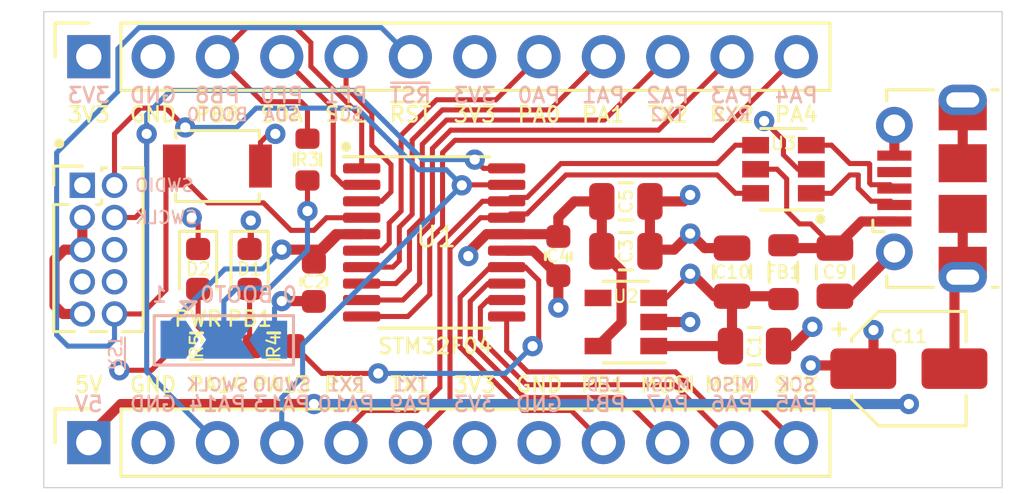
<source format=kicad_pcb>
(kicad_pcb (version 20211014) (generator pcbnew)
  (title_block (date "2021-02-08"))
  (layers (0 "F.Cu" signal) (1 "In1.Cu" power) (2 "In2.Cu" power) (31 "B.Cu" signal) (34 "B.Paste" user) (35 "F.Paste" user) (36 "B.SilkS" user "B.Silkscreen") (37 "F.SilkS" user "F.Silkscreen") (38 "B.Mask" user) (39 "F.Mask" user) (44 "Edge.Cuts" user))
  (net 0 "")
  (net 1 "GND")
  (net 2 "VBUS")
  (net 3 "+3V3")
  (net 4 "NRST")
  (net 5 "USB_VBUS")
  (net 6 "Net-(D1-Pad2)")
  (net 7 "Net-(D2-Pad2)")
  (net 8 "PA4")
  (net 9 "PA3")
  (net 10 "PA2")
  (net 11 "PA1")
  (net 12 "PA0")
  (net 13 "PF1")
  (net 14 "PF0")
  (net 15 "BOOT0")
  (net 16 "PA5")
  (net 17 "PA6")
  (net 18 "PA7")
  (net 19 "USB-")
  (net 20 "USB+")
  (net 21 "USB_D-")
  (net 22 "Net-(J3-Pad4)")
  (net 23 "USB_D+")
  (net 24 "SWDIO")
  (net 25 "SWCLK")
  (net 26 "Net-(J5-Pad6)")
  (net 27 "Net-(J5-Pad7)")
  (net 28 "Net-(J5-Pad8)")
  (net 29 "Net-(JP1-Pad2)")
  (net 30 "LED_USER")
  (net 31 "Net-(U2-Pad4)")
  (footprint "Capacitor_SMD:C_0603_1608Metric" (layer "F.Cu") (at 161.544 66.802 -90)
    (fp_text reference "C4")
    (fp_text value "0.1u")
  )
  (footprint "Capacitor_SMD:C_0805_2012Metric" (layer "F.Cu") (at 168.402 67.437 90)
    (fp_text reference "C10")
    (fp_text value "0.1u")
  )
  (footprint "Inductor_SMD:L_0805_2012Metric" (layer "F.Cu") (at 170.434 67.437 90)
    (fp_text reference "FB1")
    (fp_text value "BK0603HS330-T" hide)
  )
  (footprint "Connector_PinSocket_2.54mm:PinSocket_1x12_P2.54mm_Vertical" (layer "F.Cu") (at 143.002 74.168 90)
    (fp_text reference "J2" hide)
    (fp_text value "Conn_01x12_Female" hide)
  )
  (footprint "Connector_USB:USB_Micro-B_Molex-105017-0001" (layer "F.Cu") (at 176.276 64.135 90)
    (fp_text reference "J3" hide)
    (fp_text value "USB_B_Micro" hide)
  )
  (footprint "Connector_PinHeader_1.27mm:PinHeader_2x05_P1.27mm_Vertical" (layer "F.Cu") (at 142.748 64.008)
    (fp_text reference "J5" hide)
    (fp_text value "JTAG/SWD")
  )
  (footprint "Resistor_SMD:R_0603_1608Metric" (layer "F.Cu") (at 151.638 62.992 90)
    (fp_text reference "R3")
    (fp_text value "10k")
  )
  (footprint "Button_Switch_SMD:SW_SPST_B3U-1000P-B" (layer "F.Cu") (at 148.082 63.246)
    (fp_text reference "Reset1" hide)
    (fp_text value "SW_Push")
  )
  (footprint "Package_SO:TSSOP-20_4.4x6.5mm_P0.65mm" (layer "F.Cu") (at 156.641001 66.263001)
    (fp_text reference "U1")
    (fp_text value "STM32F042F6Px")
  )
  (footprint "Package_TO_SOT_SMD:SOT-23-6" (layer "F.Cu") (at 170.434 63.373 180)
    (fp_text reference "U3")
    (fp_text value "USBLC6-2SC6" hide)
  )
  (footprint "Capacitor_SMD:C_0805_2012Metric" (layer "F.Cu") (at 172.466 67.437 -90)
    (fp_text reference "C9")
    (fp_text value "0.01u")
  )
  (footprint "LED_SMD:LED_0603_1608Metric" (layer "F.Cu") (at 149.352 67.31 -90)
    (fp_text reference "D1")
    (fp_text value "LED_USER")
  )
  (footprint "LED_SMD:LED_0603_1608Metric" (layer "F.Cu") (at 147.32 67.31 -90)
    (fp_text reference "D2")
    (fp_text value "PWR")
  )
  (footprint "Resistor_SMD:R_0603_1608Metric" (layer "F.Cu") (at 150.305 70.358 180)
    (fp_text reference "R4")
    (fp_text value "1k")
  )
  (footprint "Connector_PinSocket_2.54mm:PinSocket_1x12_P2.54mm_Vertical" (layer "F.Cu") (at 143.002 58.928 90)
    (fp_text reference "J1" hide)
    (fp_text value "Conn_01x12_Female" hide)
  )
  (footprint "Capacitor_SMD:C_0805_2012Metric" (layer "F.Cu") (at 169.291 70.358)
    (fp_text reference "C1")
    (fp_text value "1u")
  )
  (footprint "Capacitor_SMD:C_0805_2012Metric" (layer "F.Cu") (at 164.211 64.643)
    (fp_text reference "C5")
    (fp_text value "1u")
  )
  (footprint "Capacitor_SMD:C_0805_2012Metric" (layer "F.Cu") (at 164.211 66.6115)
    (fp_text reference "C3")
    (fp_text value "10u")
  )
  (footprint "Package_TO_SOT_SMD:SOT-23-5" (layer "F.Cu") (at 164.211 69.4055 180)
    (fp_text reference "U2")
    (fp_text value "MCP1802")
  )
  (footprint "Capacitor_SMD:C_0603_1608Metric" (layer "F.Cu") (at 151.892 67.818 -90)
    (fp_text reference "C2")
    (fp_text value "0.1u")
  )
  (footprint "Resistor_SMD:R_0603_1608Metric" (layer "F.Cu") (at 147.2565 70.358)
    (fp_text reference "R5")
    (fp_text value "1k")
  )
  (footprint "Capacitor_SMD:CP_Elec_4x4.5" (layer "F.Cu") (at 175.387 71.247)
    (fp_text reference "C11")
    (fp_text value "4.7u" hide)
  )
  (footprint "Jumper:SolderJumper-3_P2.0mm_Open_TrianglePad1.0x1.5mm" (layer "B.Cu") (at 148.336 70.104)
    (fp_text reference "JP1" hide)
    (fp_text value "SolderJumper Boot")
  )
  (gr_circle (center 141.832 62.357) (end 141.932 62.357) (layer "F.SilkS") (width 0.2) (fill none))
  (gr_circle (center 171.8945 65.3415) (end 171.9945 65.3415) (layer "F.SilkS") (width 0.2) (fill none))
  (gr_circle (center 153.162 62.484) (end 153.262 62.484) (layer "F.SilkS") (width 0.2) (fill none))
  (gr_line (start 141.224 75.946) (end 141.224 57.15) (layer "Edge.Cuts") (width 0.05))
  (gr_line (start 179.07 75.946) (end 141.224 75.946) (layer "Edge.Cuts") (width 0.05))
  (gr_line (start 141.224 57.15) (end 179.07 57.15) (layer "Edge.Cuts") (width 0.05))
  (gr_line (start 179.07 57.15) (end 179.07 75.946) (layer "Edge.Cuts") (width 0.05))
  (gr_text "PA5" (at 170.942 72.644) (layer "B.SilkS") (effects (font (size 0.6 0.6) (thickness 0.1)) (justify mirror)))
  (gr_text "MISO" (at 168.402 71.882) (layer "B.SilkS") (effects (font (size 0.5 0.5) (thickness 0.08)) (justify mirror)))
  (gr_text "LED" (at 163.322 71.882) (layer "B.SilkS") (effects (font (size 0.5 0.5) (thickness 0.08)) (justify mirror)))
  (gr_text "SWDIO" (at 150.622 71.882) (layer "B.SilkS") (effects (font (size 0.5 0.5) (thickness 0.08)) (justify mirror)))
  (gr_text "BOOT0" (at 148.082 61.214) (layer "B.SilkS") (effects (font (size 0.5 0.5) (thickness 0.08)) (justify mirror)))
  (gr_text "RX2" (at 168.402 61.214) (layer "B.SilkS") (effects (font (size 0.5 0.5) (thickness 0.08)) (justify mirror)))
  (gr_text "SWDIO" (at 144.78 64.008) (layer "B.SilkS") (effects (font (size 0.5 0.5) (thickness 0.08)) (justify right mirror)))
  (gr_text "3V3\n" (at 158.242 72.644) (layer "B.SilkS") (effects (font (size 0.6 0.6) (thickness 0.1)) (justify mirror)))
  (gr_text "MOSI" (at 165.862 71.882) (layer "B.SilkS") (effects (font (size 0.5 0.5) (thickness 0.08)) (justify mirror)))
  (gr_text "PA13" (at 150.622 72.644) (layer "B.SilkS") (effects (font (size 0.6 0.6) (thickness 0.1)) (justify mirror)))
  (gr_text "GND" (at 145.542 60.452) (layer "B.SilkS") (effects (font (size 0.6 0.6) (thickness 0.1)) (justify mirror)))
  (gr_text "GND" (at 160.782 72.644) (layer "B.SilkS") (effects (font (size 0.6 0.6) (thickness 0.1)) (justify mirror)))
  (gr_text "PA9" (at 155.702 72.644) (layer "B.SilkS") (effects (font (size 0.6 0.6) (thickness 0.1)) (justify mirror)))
  (gr_text "5V" (at 143.002 72.644) (layer "B.SilkS") (effects (font (size 0.6 0.6) (thickness 0.1)) (justify mirror)))
  (gr_text "PA10" (at 153.162 72.644) (layer "B.SilkS") (effects (font (size 0.6 0.6) (thickness 0.1)) (justify mirror)))
  (gr_text "0" (at 150.9395 68.326) (layer "B.SilkS") (effects (font (size 0.6 0.6) (thickness 0.1)) (justify mirror)))
  (gr_text "1" (at 145.796 68.326) (layer "B.SilkS") (effects (font (size 0.6 0.6) (thickness 0.1)) (justify mirror)))
  (gr_text "PF1" (at 153.162 60.452) (layer "B.SilkS") (effects (font (size 0.6 0.6) (thickness 0.1)) (justify mirror)))
  (gr_text "GND" (at 145.542 72.644) (layer "B.SilkS") (effects (font (size 0.6 0.6) (thickness 0.1)) (justify mirror)))
  (gr_text "PA1" (at 163.322 60.452) (layer "B.SilkS") (effects (font (size 0.6 0.6) (thickness 0.1)) (justify mirror)))
  (gr_text "TX2" (at 165.862 61.214) (layer "B.SilkS") (effects (font (size 0.5 0.5) (thickness 0.08)) (justify mirror)))
  (gr_text "PA7" (at 165.862 72.644) (layer "B.SilkS") (effects (font (size 0.6 0.6) (thickness 0.1)) (justify mirror)))
  (gr_text "PB8" (at 148.082 60.452) (layer "B.SilkS") (effects (font (size 0.6 0.6) (thickness 0.1)) (justify mirror)))
  (gr_text "PA14" (at 148.082 72.644) (layer "B.SilkS") (effects (font (size 0.6 0.6) (thickness 0.1)) (justify mirror)))
  (gr_text "SWCLK" (at 144.78 65.278) (layer "B.SilkS") (effects (font (size 0.5 0.5) (thickness 0.08)) (justify right mirror)))
  (gr_text "PB1" (at 163.322 72.644) (layer "B.SilkS") (effects (font (size 0.6 0.6) (thickness 0.1)) (justify mirror)))
  (gr_text "BOOT0" (at 148.844 68.326) (layer "B.SilkS") (effects (font (size 0.6 0.6) (thickness 0.1)) (justify mirror)))
  (gr_text "PA4" (at 170.942 60.452) (layer "B.SilkS") (effects (font (size 0.6 0.6) (thickness 0.1)) (justify mirror)))
  (gr_text "RX1" (at 153.162 71.882) (layer "B.SilkS") (effects (font (size 0.5 0.5) (thickness 0.08)) (justify mirror)))
  (gr_text "SCL" (at 153.162 61.214) (layer "B.SilkS") (effects (font (size 0.5 0.5) (thickness 0.08)) (justify mirror)))
  (gr_text "PA3" (at 168.402 60.452) (layer "B.SilkS") (effects (font (size 0.6 0.6) (thickness 0.1)) (justify mirror)))
  (gr_text "PF0" (at 150.622 60.452) (layer "B.SilkS") (effects (font (size 0.6 0.6) (thickness 0.1)) (justify mirror)))
  (gr_text "SDA" (at 150.622 61.214) (layer "B.SilkS") (effects (font (size 0.5 0.5) (thickness 0.08)) (justify mirror)))
  (gr_text "PA2" (at 165.862 60.452) (layer "B.SilkS") (effects (font (size 0.6 0.6) (thickness 0.1)) (justify mirror)))
  (gr_text "SCK" (at 170.942 71.882) (layer "B.SilkS") (effects (font (size 0.5 0.5) (thickness 0.08)) (justify mirror)))
  (gr_text "PA6" (at 168.402 72.644) (layer "B.SilkS") (effects (font (size 0.6 0.6) (thickness 0.1)) (justify mirror)))
  (gr_text "PA0" (at 160.782 60.452) (layer "B.SilkS") (effects (font (size 0.6 0.6) (thickness 0.1)) (justify mirror)))
  (gr_text "TX1" (at 155.702 71.882) (layer "B.SilkS") (effects (font (size 0.5 0.5) (thickness 0.08)) (justify mirror)))
  (gr_text "SWCLK" (at 148.082 71.882) (layer "B.SilkS") (effects (font (size 0.5 0.5) (thickness 0.08)) (justify mirror)))
  (gr_text "3V3" (at 143.002 60.452) (layer "B.SilkS") (effects (font (size 0.6 0.6) (thickness 0.1)) (justify mirror)))
  (gr_text "3V3" (at 158.242 60.452) (layer "B.SilkS") (effects (font (size 0.6 0.6) (thickness 0.1)) (justify mirror)))
  (gr_text "~{RST}" (at 155.702 60.452) (layer "B.SilkS") (effects (font (size 0.6 0.6) (thickness 0.1)) (justify mirror)))
  (gr_text "~{RST}" (at 144.018 69.9135 270) (layer "B.SilkS") (effects (font (size 0.5 0.5) (thickness 0.08)) (justify right mirror)))
  (gr_text "3V3" (at 143.002 61.214) (layer "F.SilkS") (effects (font (size 0.6 0.6) (thickness 0.1))))
  (gr_text "PB1" (at 149.352 69.2785) (layer "F.SilkS") (effects (font (size 0.6 0.6) (thickness 0.1))))
  (gr_text "STM32F04" (at 159.004 70.358) (layer "F.SilkS") (effects (font (size 0.6 0.6) (thickness 0.1)) (justify right)))
  (gr_text "RX2" (at 168.402 61.214) (layer "F.SilkS") (effects (font (size 0.6 0.6) (thickness 0.1))))
  (gr_text "GND" (at 145.542 71.882) (layer "F.SilkS") (effects (font (size 0.6 0.6) (thickness 0.1))))
  (gr_text "SCL" (at 153.162 61.214) (layer "F.SilkS") (effects (font (size 0.6 0.6) (thickness 0.1))))
  (gr_text "MOSI" (at 165.862 71.882) (layer "F.SilkS") (effects (font (size 0.6 0.6) (thickness 0.1))))
  (gr_text "PB8" (at 148.082 61.214) (layer "F.SilkS") (effects (font (size 0.6 0.6) (thickness 0.1))))
  (gr_text "MISO" (at 168.402 71.882) (layer "F.SilkS") (effects (font (size 0.6 0.6) (thickness 0.1))))
  (gr_text "TX2" (at 165.862 61.214) (layer "F.SilkS") (effects (font (size 0.6 0.6) (thickness 0.1))))
  (gr_text "SDA" (at 150.622 61.214) (layer "F.SilkS") (effects (font (size 0.6 0.6) (thickness 0.1))))
  (gr_text "3V3" (at 158.242 71.882) (layer "F.SilkS") (effects (font (size 0.6 0.6) (thickness 0.1))))
  (gr_text "PA14" (at 148.082 71.882) (layer "F.SilkS") (effects (font (size 0.6 0.6) (thickness 0.1))))
  (gr_text "~{RST}" (at 155.702 61.214) (layer "F.SilkS") (effects (font (size 0.6 0.6) (thickness 0.1))))
  (gr_text "PA1" (at 163.322 61.214) (layer "F.SilkS") (effects (font (size 0.6 0.6) (thickness 0.1))))
  (gr_text "PA4" (at 170.942 61.214) (layer "F.SilkS") (effects (font (size 0.6 0.6) (thickness 0.1))))
  (gr_text "PB1" (at 163.322 71.882) (layer "F.SilkS") (effects (font (size 0.6 0.6) (thickness 0.1))))
  (gr_text "5V" (at 143.002 71.882) (layer "F.SilkS") (effects (font (size 0.6 0.6) (thickness 0.1))))
  (gr_text "RX1" (at 153.162 71.882) (layer "F.SilkS") (effects (font (size 0.6 0.6) (thickness 0.1))))
  (gr_text "SCK" (at 170.942 71.882) (layer "F.SilkS") (effects (font (size 0.6 0.6) (thickness 0.1))))
  (gr_text "PA0" (at 160.782 61.214) (layer "F.SilkS") (effects (font (size 0.6 0.6) (thickness 0.1))))
  (gr_text "PA13" (at 150.622 71.882) (layer "F.SilkS") (effects (font (size 0.6 0.6) (thickness 0.1))))
  (gr_text "3V3" (at 158.242 61.214) (layer "F.SilkS") (effects (font (size 0.6 0.6) (thickness 0.1))))
  (gr_text "GND\n" (at 160.782 71.882) (layer "F.SilkS") (effects (font (size 0.6 0.6) (thickness 0.1))))
  (gr_text "PWR" (at 147.32 69.2785) (layer "F.SilkS") (effects (font (size 0.6 0.6) (thickness 0.1))))
  (gr_text "TX1" (at 155.702 71.882) (layer "F.SilkS") (effects (font (size 0.6 0.6) (thickness 0.1))))
  (gr_text "GND" (at 145.542 61.214) (layer "F.SilkS") (effects (font (size 0.6 0.6) (thickness 0.1))))
  (segment (start 168.402 66.487) (end 167.325 66.487) (width 0.4) (layer "F.Cu") (net 1))
  (segment (start 147.32 65.532) (end 147.066 65.278) (width 0.2) (layer "F.Cu") (net 1))
  (segment (start 141.64901 68.75101) (end 141.986 69.088) (width 0.4) (layer "F.Cu") (net 1))
  (segment (start 151.879 68.58) (end 151.892 68.593) (width 0.4) (layer "F.Cu") (net 1))
  (segment (start 165.161 64.643) (end 166.497 64.643) (width 0.4) (layer "F.Cu") (net 1))
  (segment (start 150.368 61.976) (end 150.114 61.976) (width 0.2) (layer "F.Cu") (net 1))
  (segment (start 165.311 69.4055) (end 166.751 69.4055) (width 0.4) (layer "F.Cu") (net 1))
  (segment (start 177.5135 63.135) (end 177.5135 61.235) (width 0.4) (layer "F.Cu") (net 1))
  (segment (start 147.32 66.5225) (end 147.32 65.532) (width 0.2) (layer "F.Cu") (net 1))
  (segment (start 142.748 65.278) (end 142.748 66.548) (width 0.4) (layer "F.Cu") (net 1))
  (segment (start 142.040894 66.548) (end 141.64901 66.939884) (width 0.4) (layer "F.Cu") (net 1))
  (segment (start 149.782 62.308) (end 149.782 63.246) (width 0.2) (layer "F.Cu") (net 1))
  (segment (start 171.0055 63.373) (end 170.434 62.8015) (width 0.2) (layer "F.Cu") (net 1))
  (segment (start 142.748 66.548) (end 142.040894 66.548) (width 0.4) (layer "F.Cu") (net 1))
  (segment (start 170.241 70.358) (end 170.815 70.358) (width 0.4) (layer "F.Cu") (net 1))
  (segment (start 169.672 61.468) (end 170.434 62.23) (width 0.2) (layer "F.Cu") (net 1))
  (segment (start 160.555001 66.588001) (end 161.544 67.577) (width 0.4) (layer "F.Cu") (net 1))
  (segment (start 177.187 67.9615) (end 177.5135 67.635) (width 0.4) (layer "F.Cu") (net 1))
  (segment (start 177.187 71.247) (end 177.187 67.9615) (width 0.4) (layer "F.Cu") (net 1))
  (segment (start 177.5135 65.135) (end 177.5135 67.035) (width 0.4) (layer "F.Cu") (net 1))
  (segment (start 166.116 66.548) (end 166.751 65.913) (width 0.4) (layer "F.Cu") (net 1))
  (segment (start 170.815 70.358) (end 171.577 69.596) (width 0.4) (layer "F.Cu") (net 1))
  (segment (start 167.325 66.487) (end 166.751 65.913) (width 0.4) (layer "F.Cu") (net 1))
  (segment (start 149.4 65.4) (end 149.4 66.4745) (width 0.25) (layer "F.Cu") (net 1))
  (segment (start 174.8135 62.835) (end 174.8135 61.635) (width 0.4) (layer "F.Cu") (net 1))
  (segment (start 159.503501 66.588001) (end 160.555001 66.588001) (width 0.4) (layer "F.Cu") (net 1))
  (segment (start 170.434 62.23) (end 170.434 62.8015) (width 0.2) (layer "F.Cu") (net 1))
  (segment (start 149.4 66.4745) (end 149.352 66.5225) (width 0.25) (layer "F.Cu") (net 1))
  (segment (start 171.534 63.373) (end 171.0055 63.373) (width 0.2) (layer "F.Cu") (net 1))
  (segment (start 150.114 61.976) (end 149.782 62.308) (width 0.2) (layer "F.Cu") (net 1))
  (segment (start 161.544 67.577) (end 161.544 68.834) (width 0.4) (layer "F.Cu") (net 1))
  (segment (start 141.64901 66.939884) (end 141.64901 68.75101) (width 0.4) (layer "F.Cu") (net 1))
  (segment (start 166.497 64.643) (end 166.751 64.389) (width 0.4) (layer "F.Cu") (net 1))
  (segment (start 150.622 68.58) (end 151.879 68.58) (width 0.4) (layer "F.Cu") (net 1))
  (segment (start 172.466 68.387) (end 173.0615 68.387) (width 0.4) (layer "F.Cu") (net 1))
  (segment (start 165.161 64.643) (end 165.161 66.548) (width 0.4) (layer "F.Cu") (net 1))
  (segment (start 141.986 69.088) (end 142.748 69.088) (width 0.4) (layer "F.Cu") (net 1))
  (segment (start 173.0615 68.387) (end 174.8135 66.635) (width 0.4) (layer "F.Cu") (net 1))
  (segment (start 165.161 66.548) (end 166.116 66.548) (width 0.4) (layer "F.Cu") (net 1))
  (via (at 166.751 65.913) (size 0.8) (drill 0.4) (layers "F.Cu" "B.Cu") (net 1))
  (via (at 166.751 69.4055) (size 0.8) (drill 0.4) (layers "F.Cu" "B.Cu") (net 1))
  (via (at 150.368 61.976) (size 0.8) (drill 0.4) (layers "F.Cu" "B.Cu") (net 1))
  (via (at 150.622 68.58) (size 0.8) (drill 0.4) (layers "F.Cu" "B.Cu") (net 1))
  (via (at 149.4 65.4) (size 0.8) (drill 0.4) (layers "F.Cu" "B.Cu") (net 1))
  (via (at 166.751 64.389) (size 0.8) (drill 0.4) (layers "F.Cu" "B.Cu") (net 1))
  (via (at 147.066 65.278) (size 0.8) (drill 0.4) (layers "F.Cu" "B.Cu") (net 1))
  (via (at 169.672 61.468) (size 0.8) (drill 0.4) (layers "F.Cu" "B.Cu") (net 1))
  (via (at 161.544 68.834) (size 0.8) (drill 0.4) (layers "F.Cu" "B.Cu") (net 1))
  (via (at 171.577 69.596) (size 0.8) (drill 0.4) (layers "F.Cu" "B.Cu") (net 1))
  (segment (start 150.336 70.104) (end 150.336 68.866) (width 0.2) (layer "B.Cu") (net 1))
  (segment (start 150.336 68.866) (end 150.622 68.58) (width 0.2) (layer "B.Cu") (net 1))
  (segment (start 168.402 68.387) (end 168.402 70.297) (width 0.4) (layer "F.Cu") (net 2))
  (segment (start 170.3215 68.387) (end 170.434 68.4995) (width 0.4) (layer "F.Cu") (net 2))
  (segment (start 171.5135 71.12) (end 173.46 71.12) (width 0.4) (layer "F.Cu") (net 2))
  (segment (start 168.3385 70.3555) (end 168.341 70.358) (width 0.4) (layer "F.Cu") (net 2))
  (segment (start 168.402 68.387) (end 167.701 68.387) (width 0.4) (layer "F.Cu") (net 2))
  (segment (start 173.46 71.12) (end 173.587 71.247) (width 0.4) (layer "F.Cu") (net 2))
  (segment (start 173.3965 71.0565) (end 173.587 71.247) (width 0.4) (layer "F.Cu") (net 2))
  (segment (start 143.002 74.168) (end 143.002 73.914) (width 0.4) (layer "F.Cu") (net 2))
  (segment (start 165.311 70.3555) (end 168.3385 70.3555) (width 0.4) (layer "F.Cu") (net 2))
  (segment (start 143.002 73.914) (end 144.272 72.644) (width 0.4) (layer "F.Cu") (net 2))
  (segment (start 167.701 68.387) (end 166.751 67.437) (width 0.4) (layer "F.Cu") (net 2))
  (segment (start 143.002 74.168) (end 143.002 73.66) (width 0.4) (layer "F.Cu") (net 2))
  (segment (start 165.311 68.392) (end 165.796 68.392) (width 0.2) (layer "F.Cu") (net 2))
  (segment (start 173.99 69.723) (end 173.99 70.844) (width 0.4) (layer "F.Cu") (net 2))
  (segment (start 165.796 68.4555) (end 166.751 67.5005) (width 0.2) (layer "F.Cu") (net 2))
  (segment (start 168.402 68.387) (end 170.3215 68.387) (width 0.4) (layer "F.Cu") (net 2))
  (segment (start 144.272 72.644) (end 151.892 72.644) (width 0.4) (layer "F.Cu") (net 2))
  (segment (start 173.99 70.844) (end 173.587 71.247) (width 0.4) (layer "F.Cu") (net 2))
  (segment (start 168.402 70.297) (end 168.341 70.358) (width 0.4) (layer "F.Cu") (net 2))
  (segment (start 165.311 68.4555) (end 165.796 68.4555) (width 0.2) (layer "F.Cu") (net 2))
  (via (at 166.751 67.5005) (size 0.8) (drill 0.4) (layers "F.Cu" "B.Cu") (net 2))
  (via (at 151.892 72.644) (size 0.8) (drill 0.4) (layers "F.Cu" "B.Cu") (net 2))
  (via (at 171.5135 71.12) (size 0.8) (drill 0.4) (layers "F.Cu" "B.Cu") (net 2))
  (via (at 175.387 72.644) (size 0.8) (drill 0.4) (layers "F.Cu" "B.Cu") (net 2))
  (via (at 173.99 69.723) (size 0.8) (drill 0.4) (layers "F.Cu" "B.Cu") (net 2))
  (segment (start 151.946009 72.644) (end 175.387 72.644) (width 0.4) (layer "B.Cu") (net 2))
  (segment (start 164.041001 69.425499) (end 163.111 70.3555) (width 0.4) (layer "F.Cu") (net 3))
  (segment (start 159.503501 65.938001) (end 161.455001 65.938001) (width 0.4) (layer "F.Cu") (net 3))
  (segment (start 145.479 71.3105) (end 146.4315 70.358) (width 0.2) (layer "F.Cu") (net 3))
  (segment (start 152.146 66.548) (end 152.755999 65.938001) (width 0.4) (layer "F.Cu") (net 3))
  (segment (start 159.503501 65.938001) (end 158.708877 65.938001) (width 0.4) (layer "F.Cu") (net 3))
  (segment (start 157.988 66.658878) (end 157.988 66.802) (width 0.4) (layer "F.Cu") (net 3))
  (segment (start 144.2085 71.3105) (end 145.479 71.3105) (width 0.2) (layer "F.Cu") (net 3))
  (segment (start 151.892 67.043) (end 152.996999 65.938001) (width 0.2) (layer "F.Cu") (net 3))
  (segment (start 162.179 64.643) (end 161.544 65.278) (width 0.4) (layer "F.Cu") (net 3))
  (segment (start 163.261 64.643) (end 162.179 64.643) (width 0.4) (layer "F.Cu") (net 3))
  (segment (start 163.261 64.643) (end 163.261 66.548) (width 0.4) (layer "F.Cu") (net 3))
  (segment (start 161.544 65.278) (end 161.544 66.027) (width 0.4) (layer "F.Cu") (net 3))
  (segment (start 161.455001 65.938001) (end 161.544 66.027) (width 0.4) (layer "F.Cu") (net 3))
  (segment (start 164.041001 67.391501) (end 164.041001 69.425499) (width 0.4) (layer "F.Cu") (net 3))
  (segment (start 152.755999 65.938001) (end 153.778501 65.938001) (width 0.4) (layer "F.Cu") (net 3))
  (segment (start 152.996999 65.938001) (end 153.778501 65.938001) (width 0.2) (layer "F.Cu") (net 3))
  (segment (start 163.261 66.6115) (end 164.041001 67.391501) (width 0.4) (layer "F.Cu") (net 3))
  (segment (start 158.708877 65.938001) (end 157.988 66.658878) (width 0.4) (layer "F.Cu") (net 3))
  (segment (start 150.622 66.548) (end 152.146 66.548) (width 0.4) (layer "F.Cu") (net 3))
  (via (at 157.988 66.802) (size 0.8) (drill 0.4) (layers "F.Cu" "B.Cu") (net 3))
  (via (at 150.622 66.548) (size 0.8) (drill 0.4) (layers "F.Cu" "B.Cu") (net 3))
  (via (at 144.2085 71.3105) (size 0.8) (drill 0.4) (layers "F.Cu" "B.Cu") (net 3))
  (segment (start 148.38 67.31) (end 149.86 67.31) (width 0.2) (layer "B.Cu") (net 3))
  (segment (start 146.336 69.354) (end 148.38 67.31) (width 0.2) (layer "B.Cu") (net 3))
  (segment (start 146.336 70.104) (end 146.336 69.354) (width 0.2) (layer "B.Cu") (net 3))
  (segment (start 149.86 67.31) (end 150.622 66.548) (width 0.2) (layer "B.Cu") (net 3))
  (segment (start 144.018 69.088) (end 145.0975 69.088) (width 0.2) (layer "F.Cu") (net 4))
  (segment (start 153.778501 65.288001) (end 152.389999 65.288001) (width 0.2) (layer "F.Cu") (net 4))
  (segment (start 145.0975 69.088) (end 146.05 68.1355) (width 0.2) (layer "F.Cu") (net 4))
  (segment (start 151.892 65.786) (end 150.986 65.786) (width 0.2) (layer "F.Cu") (net 4))
  (segment (start 152.389999 65.288001) (end 151.892 65.786) (width 0.2) (layer "F.Cu") (net 4))
  (segment (start 150.986 65.786) (end 149.9 64.7) (width 0.2) (layer "F.Cu") (net 4))
  (segment (start 149.9 64.7) (end 147.7 64.7) (width 0.2) (layer "F.Cu") (net 4))
  (segment (start 146.382 63.382) (end 146.382 63.246) (width 0.2) (layer "F.Cu") (net 4))
  (segment (start 146.05 68.1355) (end 146.05 63.578) (width 0.2) (layer "F.Cu") (net 4))
  (segment (start 146.05 63.578) (end 146.382 63.246) (width 0.2) (layer "F.Cu") (net 4))
  (segment (start 147.7 64.7) (end 146.382 63.382) (width 0.2) (layer "F.Cu") (net 4))
  (segment (start 141.732 69.9135) (end 142.1765 70.358) (width 0.2) (layer "B.Cu") (net 4))
  (segment (start 144.989999 57.777999) (end 144.152001 58.615997) (width 0.2) (layer "B.Cu") (net 4))
  (segment (start 141.732 62.721998) (end 141.732 69.9135) (width 0.2) (layer "B.Cu") (net 4))
  (segment (start 154.551999 57.777999) (end 144.989999 57.777999) (width 0.2) (layer "B.Cu") (net 4))
  (segment (start 144.018 70.104) (end 144.018 69.088) (width 0.2) (layer "B.Cu") (net 4))
  (segment (start 143.764 70.358) (end 144.018 70.104) (width 0.2) (layer "B.Cu") (net 4))
  (segment (start 155.702 58.928) (end 154.551999 57.777999) (width 0.2) (layer "B.Cu") (net 4))
  (segment (start 144.152001 60.301997) (end 141.732 62.721998) (width 0.2) (layer "B.Cu") (net 4))
  (segment (start 142.1765 70.358) (end 143.764 70.358) (width 0.2) (layer "B.Cu") (net 4))
  (segment (start 144.152001 58.615997) (end 144.152001 60.301997) (width 0.2) (layer "B.Cu") (net 4))
  (segment (start 170.561 63.754) (end 170.561 65.024) (width 0.2) (layer "F.Cu") (net 5))
  (segment (start 172.466 66.487) (end 170.5465 66.487) (width 0.4) (layer "F.Cu") (net 5))
  (segment (start 170.18 63.373) (end 170.561 63.754) (width 0.2) (layer "F.Cu") (net 5))
  (segment (start 169.334 63.373) (end 170.18 63.373) (width 0.2) (layer "F.Cu") (net 5))
  (segment (start 170.5465 66.487) (end 170.434 66.3745) (width 0.4) (layer "F.Cu") (net 5))
  (segment (start 173.518 65.435) (end 172.466 66.487) (width 0.4) (layer "F.Cu") (net 5))
  (segment (start 171.511 65.532) (end 172.466 66.487) (width 0.2) (layer "F.Cu") (net 5))
  (segment (start 170.561 65.024) (end 171.069 65.532) (width 0.2) (layer "F.Cu") (net 5))
  (segment (start 174.8135 65.435) (end 173.518 65.435) (width 0.4) (layer "F.Cu") (net 5))
  (segment (start 171.069 65.532) (end 171.511 65.532) (width 0.2) (layer "F.Cu") (net 5))
  (segment (start 149.352 70.23) (end 149.48 70.358) (width 0.2) (layer "F.Cu") (net 6))
  (segment (start 149.352 68.0975) (end 149.352 70.23) (width 0.2) (layer "F.Cu") (net 6))
  (segment (start 147.32 69.5965) (end 148.0815 70.358) (width 0.2) (layer "F.Cu") (net 7))
  (segment (start 147.32 68.0975) (end 147.32 69.5965) (width 0.2) (layer "F.Cu") (net 7))
  (segment (start 157.459998 62.23) (end 167.64 62.23) (width 0.2) (layer "F.Cu") (net 8))
  (segment (start 167.64 62.23) (end 170.942 58.928) (width 0.2) (layer "F.Cu") (net 8))
  (segment (start 156.972 62.717998) (end 157.459998 62.23) (width 0.2) (layer "F.Cu") (net 8))
  (segment (start 155.601999 69.188001) (end 156.465941 68.324059) (width 0.2) (layer "F.Cu") (net 8))
  (segment (start 156.972 65.650602) (end 156.972 62.717998) (width 0.2) (layer "F.Cu") (net 8))
  (segment (start 156.465941 68.324059) (end 156.465941 66.156659) (width 0.2) (layer "F.Cu") (net 8))
  (segment (start 153.778501 69.188001) (end 155.601999 69.188001) (width 0.2) (layer "F.Cu") (net 8))
  (segment (start 156.465941 66.156659) (end 156.972 65.650602) (width 0.2) (layer "F.Cu") (net 8))
  (segment (start 156.57199 65.484913) (end 156.065931 65.99097) (width 0.2) (layer "F.Cu") (net 9))
  (segment (start 157.294309 61.82999) (end 156.57199 62.552309) (width 0.2) (layer "F.Cu") (net 9))
  (segment (start 156.065931 67.878071) (end 155.406001 68.538001) (width 0.2) (layer "F.Cu") (net 9))
  (segment (start 153.778501 68.538001) (end 155.406001 68.538001) (width 0.2) (layer "F.Cu") (net 9))
  (segment (start 165.50001 61.82999) (end 157.294309 61.82999) (width 0.2) (layer "F.Cu") (net 9))
  (segment (start 156.57199 62.552309) (end 156.57199 65.484913) (width 0.2) (layer "F.Cu") (net 9))
  (segment (start 168.402 58.928) (end 165.50001 61.82999) (width 0.2) (layer "F.Cu") (net 9))
  (segment (start 156.065931 65.99097) (end 156.065931 67.878071) (width 0.2) (layer "F.Cu") (net 9))
  (segment (start 163.36002 61.42998) (end 157.12862 61.42998) (width 0.2) (layer "F.Cu") (net 10))
  (segment (start 155.665921 67.346079) (end 155.665921 65.825283) (width 0.2) (layer "F.Cu") (net 10))
  (segment (start 153.778501 67.888001) (end 155.123999 67.888001) (width 0.2) (layer "F.Cu") (net 10))
  (segment (start 155.123999 67.888001) (end 155.665921 67.346079) (width 0.2) (layer "F.Cu") (net 10))
  (segment (start 165.862 58.928) (end 163.36002 61.42998) (width 0.2) (layer "F.Cu") (net 10))
  (segment (start 157.12862 61.42998) (end 156.17198 62.38662) (width 0.2) (layer "F.Cu") (net 10))
  (segment (start 156.17198 62.38662) (end 156.17198 65.319224) (width 0.2) (layer "F.Cu") (net 10))
  (segment (start 155.665921 65.825283) (end 156.17198 65.319224) (width 0.2) (layer "F.Cu") (net 10))
  (segment (start 155.77197 62.220931) (end 156.96293 61.029972) (width 0.2) (layer "F.Cu") (net 11))
  (segment (start 155.77197 62.220931) (end 155.77197 65.153535) (width 0.2) (layer "F.Cu") (net 11))
  (segment (start 156.96293 61.029972) (end 157.041968 61.029972) (width 0.2) (layer "F.Cu") (net 11))
  (segment (start 163.322 58.928) (end 161.22003 61.02997) (width 0.2) (layer "F.Cu") (net 11))
  (segment (start 161.22003 61.02997) (end 157.04197 61.02997) (width 0.2) (layer "F.Cu") (net 11))
  (segment (start 153.778501 67.238001) (end 155.011999 67.238001) (width 0.2) (layer "F.Cu") (net 11))
  (segment (start 157.041968 61.029972) (end 157.04197 61.02997) (width 0.2) (layer "F.Cu") (net 11))
  (segment (start 155.265911 65.659594) (end 155.77197 65.153535) (width 0.2) (layer "F.Cu") (net 11))
  (segment (start 155.011999 67.238001) (end 155.265911 66.984089) (width 0.2) (layer "F.Cu") (net 11))
  (segment (start 155.265911 66.984089) (end 155.265911 65.659594) (width 0.2) (layer "F.Cu") (net 11))
  (segment (start 155.335807 62.030494) (end 156.736341 60.62996) (width 0.2) (layer "F.Cu") (net 12))
  (segment (start 159.08004 60.62996) (end 160.782 58.928) (width 0.2) (layer "F.Cu") (net 12))
  (segment (start 153.778501 66.588001) (end 154.5719 66.588001) (width 0.2) (layer "F.Cu") (net 12))
  (segment (start 154.865901 65.493905) (end 155.335807 65.024) (width 0.2) (layer "F.Cu") (net 12))
  (segment (start 154.865901 66.294) (end 154.865901 65.493905) (width 0.2) (layer "F.Cu") (net 12))
  (segment (start 156.736341 60.62996) (end 159.08004 60.62996) (width 0.2) (layer "F.Cu") (net 12))
  (segment (start 154.5719 66.588001) (end 154.865901 66.294) (width 0.2) (layer "F.Cu") (net 12))
  (segment (start 155.335807 65.024) (end 155.335807 62.030494) (width 0.2) (layer "F.Cu") (net 12))
  (segment (start 154.178511 61.156812) (end 153.162 60.140301) (width 0.2) (layer "F.Cu") (net 13))
  (segment (start 153.778501 64.638001) (end 154.563999 64.638001) (width 0.2) (layer "F.Cu") (net 13))
  (segment (start 154.178511 62.434809) (end 154.178511 61.156812) (width 0.2) (layer "F.Cu") (net 13))
  (segment (start 154.935797 64.266203) (end 154.935797 63.192095) (width 0.2) (layer "F.Cu") (net 13))
  (segment (start 153.162 60.140301) (end 153.162 59.69) (width 0.2) (layer "F.Cu") (net 13))
  (segment (start 154.935797 63.192095) (end 154.178511 62.434809) (width 0.2) (layer "F.Cu") (net 13))
  (segment (start 153.162 58.928) (end 153.162 59.69) (width 0.2) (layer "F.Cu") (net 13))
  (segment (start 154.563999 64.638001) (end 154.935797 64.266203) (width 0.2) (layer "F.Cu") (net 13))
  (segment (start 152.654 63.601) (end 152.654 60.96) (width 0.2) (layer "F.Cu") (net 14))
  (segment (start 153.778501 63.988001) (end 153.041001 63.988001) (width 0.2) (layer "F.Cu") (net 14))
  (segment (start 152.654 60.96) (end 150.622 58.928) (width 0.2) (layer "F.Cu") (net 14))
  (segment (start 153.041001 63.988001) (end 152.654 63.601) (width 0.2) (layer "F.Cu") (net 14))
  (segment (start 148.082 58.928) (end 149.86 60.706) (width 0.2) (layer "F.Cu") (net 15))
  (segment (start 149.86 60.706) (end 151.384 60.706) (width 0.2) (layer "F.Cu") (net 15))
  (segment (start 151.174001 57.777999) (end 149.232001 57.777999) (width 0.2) (layer "F.Cu") (net 15))
  (segment (start 153.778501 63.338001) (end 153.778501 61.322501) (width 0.2) (layer "F.Cu") (net 15))
  (segment (start 151.638 62.167) (end 151.638 60.96) (width 0.2) (layer "F.Cu") (net 15))
  (segment (start 151.772001 59.316001) (end 151.772001 58.375999) (width 0.2) (layer "F.Cu") (net 15))
  (segment (start 153.778501 61.322501) (end 151.772001 59.316001) (width 0.2) (layer "F.Cu") (net 15))
  (segment (start 151.772001 58.375999) (end 151.174001 57.777999) (width 0.2) (layer "F.Cu") (net 15))
  (segment (start 149.232001 57.777999) (end 148.082 58.928) (width 0.2) (layer "F.Cu") (net 15))
  (segment (start 151.638 60.96) (end 151.384 60.706) (width 0.2) (layer "F.Cu") (net 15))
  (segment (start 166.173698 71.374) (end 167.443698 72.644) (width 0.2) (layer "F.Cu") (net 16))
  (segment (start 160.331698 71.374) (end 159.503501 70.545803) (width 0.2) (layer "F.Cu") (net 16))
  (segment (start 167.443698 72.644) (end 169.418 72.644) (width 0.2) (layer "F.Cu") (net 16))
  (segment (start 169.418 72.644) (end 170.942 74.168) (width 0.2) (layer "F.Cu") (net 16))
  (segment (start 160.331698 71.374) (end 166.173698 71.374) (width 0.2) (layer "F.Cu") (net 16))
  (segment (start 159.503501 70.545803) (end 159.503501 69.188001) (width 0.2) (layer "F.Cu") (net 16))
  (segment (start 158.766001 68.538001) (end 159.503501 68.538001) (width 0.2) (layer "F.Cu") (net 17))
  (segment (start 158.465991 68.838011) (end 158.465991 70.073991) (width 0.2) (layer "F.Cu") (net 17))
  (segment (start 158.766001 68.538001) (end 158.465991 68.838011) (width 0.2) (layer "F.Cu") (net 17))
  (segment (start 168.402 74.168) (end 166.116 71.882) (width 0.2) (layer "F.Cu") (net 17))
  (segment (start 166.116 71.882) (end 160.274 71.882) (width 0.2) (layer "F.Cu") (net 17))
  (segment (start 158.465991 70.073991) (end 160.274 71.882) (width 0.2) (layer "F.Cu") (net 17))
  (segment (start 160.216301 72.39) (end 164.084 72.39) (width 0.2) (layer "F.Cu") (net 18))
  (segment (start 158.065981 70.23968) (end 160.216301 72.39) (width 0.2) (layer "F.Cu") (net 18))
  (segment (start 158.766001 67.888001) (end 158.065981 68.588021) (width 0.2) (layer "F.Cu") (net 18))
  (segment (start 165.862 74.168) (end 164.084 72.39) (width 0.2) (layer "F.Cu") (net 18))
  (segment (start 159.503501 67.888001) (end 158.766001 67.888001) (width 0.2) (layer "F.Cu") (net 18))
  (segment (start 158.065981 68.588021) (end 158.065981 70.23968) (width 0.2) (layer "F.Cu") (net 18))
  (segment (start 155.702 74.168) (end 157.265961 72.604039) (width 0.2) (layer "F.Cu") (net 19))
  (segment (start 157.265961 66.488037) (end 157.265961 72.604039) (width 0.2) (layer "F.Cu") (net 19))
  (segment (start 159.503501 65.288001) (end 159.603501 65.188001) (width 0.2) (layer "F.Cu") (net 19))
  (segment (start 161.846704 63.598) (end 167.813999 63.598) (width 0.2) (layer "F.Cu") (net 19))
  (segment (start 160.306693 65.138011) (end 161.846704 63.598) (width 0.2) (layer "F.Cu") (net 19))
  (segment (start 159.503501 65.288001) (end 159.653491 65.138011) (width 0.2) (layer "F.Cu") (net 19))
  (segment (start 159.653491 65.138011) (end 160.306693 65.138011) (width 0.2) (layer "F.Cu") (net 19))
  (segment (start 159.503501 65.288001) (end 158.465997 65.288001) (width 0.2) (layer "F.Cu") (net 19))
  (segment (start 168.538999 64.323) (end 169.334 64.323) (width 0.2) (layer "F.Cu") (net 19))
  (segment (start 158.465997 65.288001) (end 157.265961 66.488037) (width 0.2) (layer "F.Cu") (net 19))
  (segment (start 167.813999 63.598) (end 168.538999 64.323) (width 0.2) (layer "F.Cu") (net 19))
  (segment (start 160.306693 64.488011) (end 161.646704 63.148) (width 0.2) (layer "F.Cu") (net 20))
  (segment (start 167.813999 63.148) (end 168.538999 62.423) (width 0.2) (layer "F.Cu") (net 20))
  (segment (start 155.956 72.898) (end 156.865951 71.988049) (width 0.2) (layer "F.Cu") (net 20))
  (segment (start 159.517104 64.638001) (end 159.667094 64.488011) (width 0.2) (layer "F.Cu") (net 20))
  (segment (start 161.646704 63.148) (end 167.813999 63.148) (width 0.2) (layer "F.Cu") (net 20))
  (segment (start 153.162 73.66) (end 153.924 72.898) (width 0.2) (layer "F.Cu") (net 20))
  (segment (start 158.550299 64.638001) (end 156.865951 66.322348) (width 0.2) (layer "F.Cu") (net 20))
  (segment (start 168.538999 62.423) (end 169.334 62.423) (width 0.2) (layer "F.Cu") (net 20))
  (segment (start 153.162 74.168) (end 153.162 73.66) (width 0.2) (layer "F.Cu") (net 20))
  (segment (start 155.956 72.898) (end 153.924 72.898) (width 0.2) (layer "F.Cu") (net 20))
  (segment (start 159.503501 64.638001) (end 159.517104 64.638001) (width 0.2) (layer "F.Cu") (net 20))
  (segment (start 159.503501 64.638001) (end 158.550299 64.638001) (width 0.2) (layer "F.Cu") (net 20))
  (segment (start 159.667094 64.488011) (end 160.306693 64.488011) (width 0.2) (layer "F.Cu") (net 20))
  (segment (start 156.865951 66.322348) (end 156.865951 71.988049) (width 0.2) (layer "F.Cu") (net 20))
  (segment (start 171.534 64.323) (end 172.329001 64.323) (width 0.2) (layer "F.Cu") (net 21))
  (segment (start 172.329001 64.323) (end 173.054001 63.598) (width 0.2) (layer "F.Cu") (net 21))
  (segment (start 173.388508 64.12501) (end 173.898499 64.635001) (width 0.2) (layer "F.Cu") (net 21))
  (segment (start 173.898499 64.635001) (end 174.663501 64.635001) (width 0.2) (layer "F.Cu") (net 21))
  (segment (start 174.663501 64.635001) (end 174.8135 64.785) (width 0.2) (layer "F.Cu") (net 21))
  (segment (start 173.388508 63.598) (end 173.388508 64.12501) (width 0.2) (layer "F.Cu") (net 21))
  (segment (start 173.054001 63.598) (end 173.388508 63.598) (width 0.2) (layer "F.Cu") (net 21))
  (segment (start 173.054001 63.148) (end 173.812897 63.148) (width 0.2) (layer "F.Cu") (net 23))
  (segment (start 173.898499 63.985001) (end 174.649898 63.985001) (width 0.2) (layer "F.Cu") (net 23))
  (segment (start 173.838499 63.173602) (end 173.838499 63.925001) (width 0.2) (layer "F.Cu") (net 23))
  (segment (start 173.838499 63.925001) (end 173.898499 63.985001) (width 0.2) (layer "F.Cu") (net 23))
  (segment (start 172.329001 62.423) (end 173.054001 63.148) (width 0.2) (layer "F.Cu") (net 23))
  (segment (start 171.534 62.423) (end 172.329001 62.423) (width 0.2) (layer "F.Cu") (net 23))
  (segment (start 173.812897 63.148) (end 173.838499 63.173602) (width 0.2) (layer "F.Cu") (net 23))
  (segment (start 174.799897 64.135) (end 174.8135 64.135) (width 0.2) (layer "F.Cu") (net 23))
  (segment (start 174.649898 63.985001) (end 174.799897 64.135) (width 0.2) (layer "F.Cu") (net 23))
  (segment (start 144.018 61.976) (end 145.034 60.96) (width 0.2) (layer "F.Cu") (net 24))
  (segment (start 158.007999 63.988001) (end 157.734 64.262) (width 0.2) (layer "F.Cu") (net 24))
  (segment (start 159.503501 63.988001) (end 158.007999 63.988001) (width 0.2) (layer "F.Cu") (net 24))
  (segment (start 144.018 61.976) (end 144.018 64.008) (width 0.2) (layer "F.Cu") (net 24))
  (segment (start 145.034 60.96) (end 146.05 60.96) (width 0.2) (layer "F.Cu") (net 24))
  (segment (start 146.812 61.722) (end 146.05 60.96) (width 0.2) (layer "F.Cu") (net 24))
  (via (at 146.812 61.722) (size 0.8) (drill 0.4) (layers "F.Cu" "B.Cu") (net 24))
  (via (at 157.734 64.008) (size 0.8) (drill 0.4) (layers "F.Cu" "B.Cu") (net 24))
  (segment (start 151.445999 71.566001) (end 150.622 72.39) (width 0.2) (layer "B.Cu") (net 24))
  (segment (start 150.622 72.39) (end 150.622 74.168) (width 0.2) (layer "B.Cu") (net 24))
  (segment (start 146.812 61.722) (end 148.844 61.722) (width 0.2) (layer "B.Cu") (net 24))
  (segment (start 156.024309 63.39201) (end 157.11801 63.39201) (width 0.2) (layer "B.Cu") (net 24))
  (segment (start 157.11801 63.39201) (end 157.734 64.008) (width 0.2) (layer "B.Cu") (net 24))
  (segment (start 149.606 60.96) (end 153.5923 60.96) (width 0.2) (layer "B.Cu") (net 24))
  (segment (start 157.734 64.008) (end 151.445999 70.296001) (width 0.2) (layer "B.Cu") (net 24))
  (segment (start 153.5923 60.96) (end 156.024309 63.39201) (width 0.2) (layer "B.Cu") (net 24))
  (segment (start 148.844 61.722) (end 149.606 60.96) (width 0.2) (layer "B.Cu") (net 24))
  (segment (start 151.445999 70.296001) (end 151.445999 71.566001) (width 0.2) (layer "B.Cu") (net 24))
  (segment (start 158.242 62.992) (end 158.588001 63.338001) (width 0.2) (layer "F.Cu") (net 25))
  (segment (start 145.288 61.976) (end 145.288 64.8335) (width 0.2) (layer "F.Cu") (net 25))
  (segment (start 145.288 64.8335) (end 144.8435 65.278) (width 0.2) (layer "F.Cu") (net 25))
  (segment (start 144.8435 65.278) (end 144.018 65.278) (width 0.2) (layer "F.Cu") (net 25))
  (segment (start 158.588001 63.338001) (end 159.503501 63.338001) (width 0.2) (layer "F.Cu") (net 25))
  (via (at 145.288 61.976) (size 0.8) (drill 0.4) (layers "F.Cu" "B.Cu") (net 25))
  (via (at 158.242 62.992) (size 0.8) (drill 0.4) (layers "F.Cu" "B.Cu") (net 25))
  (segment (start 146.242001 60.259999) (end 153.457997 60.259999) (width 0.2) (layer "B.Cu") (net 25))
  (segment (start 156.189998 62.992) (end 158.242 62.992) (width 0.2) (layer "B.Cu") (net 25))
  (segment (start 145.288 61.214) (end 145.288 71.374) (width 0.2) (layer "B.Cu") (net 25))
  (segment (start 145.288 71.374) (end 148.082 74.168) (width 0.2) (layer "B.Cu") (net 25))
  (segment (start 146.242001 60.259999) (end 145.288 61.214) (width 0.2) (layer "B.Cu") (net 25))
  (segment (start 153.457997 60.259999) (end 156.189998 62.992) (width 0.2) (layer "B.Cu") (net 25))
  (segment (start 151.638 63.817) (end 151.638 65.024) (width 0.2) (layer "F.Cu") (net 29))
  (via (at 151.638 65.024) (size 0.8) (drill 0.4) (layers "F.Cu" "B.Cu") (net 29))
  (segment (start 151.638 66.568002) (end 150.134002 68.072) (width 0.2) (layer "B.Cu") (net 29))
  (segment (start 150.134002 68.072) (end 148.844 68.072) (width 0.2) (layer "B.Cu") (net 29))
  (segment (start 148.844 68.072) (end 148.336 68.58) (width 0.2) (layer "B.Cu") (net 29))
  (segment (start 148.336 68.58) (end 148.336 70.104) (width 0.2) (layer "B.Cu") (net 29))
  (segment (start 151.638 65.024) (end 151.638 66.568002) (width 0.2) (layer "B.Cu") (net 29))
  (segment (start 157.665971 68.422332) (end 157.665971 70.405368) (width 0.2) (layer "F.Cu") (net 30))
  (segment (start 159.503501 67.238001) (end 158.850305 67.238001) (width 0.2) (layer "F.Cu") (net 30))
  (segment (start 152.207999 71.435999) (end 151.13 70.358) (width 0.2) (layer "F.Cu") (net 30))
  (segment (start 160.76899 70.11701) (end 160.528 70.358) (width 0.2) (layer "F.Cu") (net 30))
  (segment (start 160.241001 67.238001) (end 160.76899 67.76599) (width 0.2) (layer "F.Cu") (net 30))
  (segment (start 163.322 74.168) (end 162.052 72.898) (width 0.2) (layer "F.Cu") (net 30))
  (segment (start 159.503501 67.238001) (end 160.241001 67.238001) (width 0.2) (layer "F.Cu") (net 30))
  (segment (start 157.665971 70.405368) (end 160.158603 72.898) (width 0.2) (layer "F.Cu") (net 30))
  (segment (start 162.052 72.898) (end 160.158603 72.898) (width 0.2) (layer "F.Cu") (net 30))
  (segment (start 158.850305 67.238001) (end 157.665971 68.422332) (width 0.2) (layer "F.Cu") (net 30))
  (segment (start 160.76899 67.76599) (end 160.76899 70.11701) (width 0.2) (layer "F.Cu") (net 30))
  (segment (start 154.432 71.435999) (end 152.207999 71.435999) (width 0.2) (layer "F.Cu") (net 30))
  (via (at 154.432 71.435999) (size 0.8) (drill 0.4) (layers "F.Cu" "B.Cu") (net 30))
  (via (at 160.528 70.358) (size 0.8) (drill 0.4) (layers "F.Cu" "B.Cu") (net 30))
  (segment (start 159.450001 71.435999) (end 160.528 70.358) (width 0.2) (layer "B.Cu") (net 30))
  (segment (start 154.432 71.435999) (end 159.450001 71.435999) (width 0.2) (layer "B.Cu") (net 30))
)
</source>
